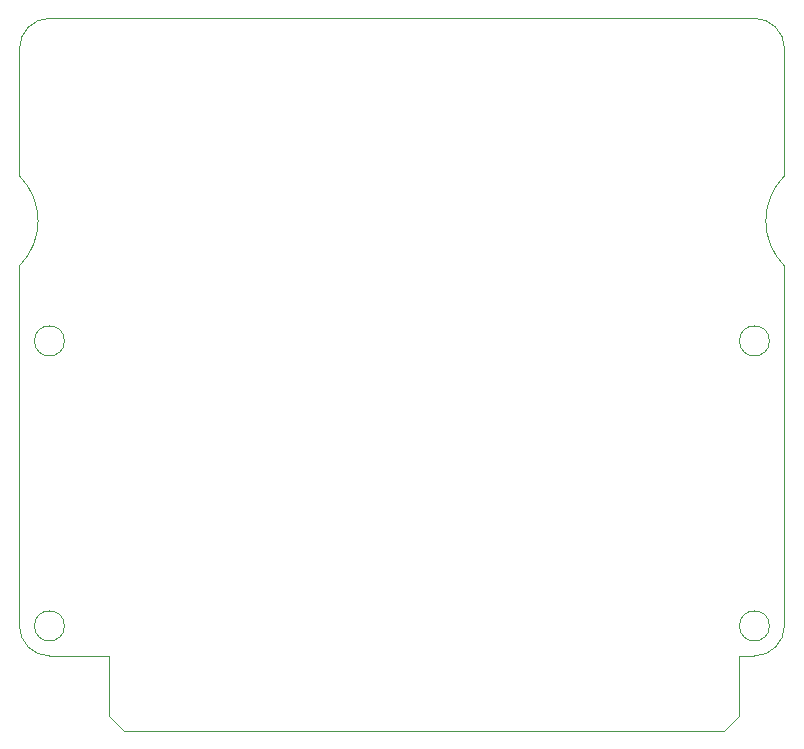
<source format=gbr>
G04 #@! TF.GenerationSoftware,KiCad,Pcbnew,5.1.4-e60b266~84~ubuntu19.04.1*
G04 #@! TF.CreationDate,2019-10-13T16:52:59-07:00*
G04 #@! TF.ProjectId,cartridge,63617274-7269-4646-9765-2e6b69636164,rev?*
G04 #@! TF.SameCoordinates,PX40311b0PY292dfe0*
G04 #@! TF.FileFunction,Profile,NP*
%FSLAX46Y46*%
G04 Gerber Fmt 4.6, Leading zero omitted, Abs format (unit mm)*
G04 Created by KiCad (PCBNEW 5.1.4-e60b266~84~ubuntu19.04.1) date 2019-10-13 16:52:59*
%MOMM*%
%LPD*%
G04 APERTURE LIST*
%ADD10C,0.050000*%
G04 APERTURE END LIST*
D10*
X7620000Y-54610000D02*
X7620000Y-59690000D01*
X60960000Y-54610000D02*
X60960000Y-59690000D01*
X64770000Y-3175000D02*
X64770000Y-13970000D01*
X0Y-13970000D02*
X0Y-3175000D01*
X2540000Y-635000D02*
X62230000Y-635000D01*
X63499998Y-27940000D02*
G75*
G02X60960000Y-27940000I-1269999J0D01*
G01*
X60960000Y-27940000D02*
G75*
G02X63500000Y-27940000I1270000J0D01*
G01*
X3809998Y-27940000D02*
G75*
G02X1270000Y-27940000I-1269999J0D01*
G01*
X1269998Y-27940000D02*
G75*
G02X3809998Y-27940000I1270000J0D01*
G01*
X2539999Y-54610000D02*
G75*
G02X0Y-52070000I1J2540000D01*
G01*
X64769998Y-52070001D02*
G75*
G02X62229999Y-54609999I-2539999J1D01*
G01*
X63499998Y-52070000D02*
G75*
G02X60960000Y-52070000I-1269999J0D01*
G01*
X60960000Y-52070000D02*
G75*
G02X63500000Y-52070000I1270000J0D01*
G01*
X1270000Y-52070000D02*
G75*
G02X3810000Y-52070000I1270000J0D01*
G01*
X3809998Y-52070000D02*
G75*
G02X1270000Y-52070000I-1269999J0D01*
G01*
X0Y-13970000D02*
G75*
G02X0Y-21589998I-3809999J-3809999D01*
G01*
X64770000Y-21590000D02*
G75*
G02X64770000Y-13970002I3809999J3809999D01*
G01*
X0Y-3175000D02*
G75*
G02X2540000Y-635000I2540000J0D01*
G01*
X62230000Y-635000D02*
G75*
G02X64770000Y-3175000I0J-2540000D01*
G01*
X60960000Y-54610000D02*
X62230000Y-54610000D01*
X0Y-52070000D02*
X0Y-21589998D01*
X7620000Y-54610000D02*
X2539999Y-54610000D01*
X8890000Y-60960000D02*
X7620000Y-59690000D01*
X64770000Y-52070000D02*
X64770000Y-21590000D01*
X59690000Y-60960000D02*
X60960000Y-59690000D01*
X8890000Y-60960000D02*
X59690000Y-60960000D01*
M02*

</source>
